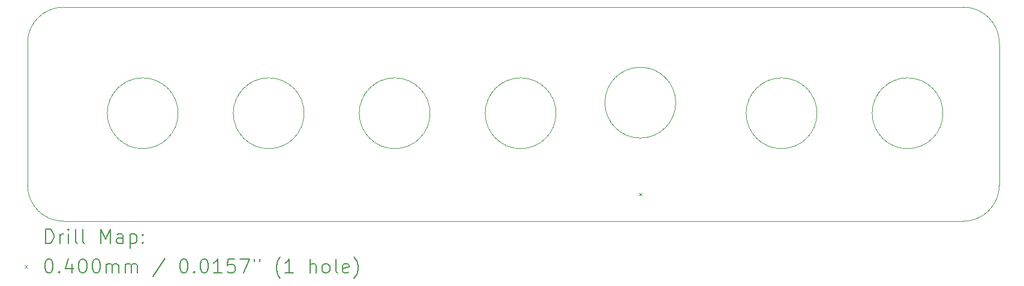
<source format=gbr>
%FSLAX45Y45*%
G04 Gerber Fmt 4.5, Leading zero omitted, Abs format (unit mm)*
G04 Created by KiCad (PCBNEW 6.0.6-3a73a75311~116~ubuntu22.04.1) date 2022-07-27 16:16:01*
%MOMM*%
%LPD*%
G01*
G04 APERTURE LIST*
%TA.AperFunction,Profile*%
%ADD10C,0.050000*%
%TD*%
%ADD11C,0.200000*%
%ADD12C,0.040000*%
G04 APERTURE END LIST*
D10*
X7772400Y-8153400D02*
X20472400Y-8153400D01*
X20980400Y-8661400D02*
G75*
G03*
X20472400Y-8153400I-508000J0D01*
G01*
X7264400Y-10668000D02*
G75*
G03*
X7772400Y-11176000I508000J0D01*
G01*
X18407000Y-9652000D02*
G75*
G03*
X18407000Y-9652000I-500000J0D01*
G01*
X16413100Y-9502140D02*
G75*
G03*
X16413100Y-9502140I-500000J0D01*
G01*
X7264400Y-10668000D02*
X7264400Y-8661400D01*
X9390000Y-9652000D02*
G75*
G03*
X9390000Y-9652000I-500000J0D01*
G01*
X20980400Y-8661400D02*
X20980400Y-10668000D01*
X7772400Y-8153400D02*
G75*
G03*
X7264400Y-8661400I0J-508000D01*
G01*
X20472400Y-11176000D02*
X7772400Y-11176000D01*
X20472400Y-11176000D02*
G75*
G03*
X20980400Y-10668000I0J508000D01*
G01*
X20185000Y-9652000D02*
G75*
G03*
X20185000Y-9652000I-500000J0D01*
G01*
X11168000Y-9652000D02*
G75*
G03*
X11168000Y-9652000I-500000J0D01*
G01*
X14724000Y-9652000D02*
G75*
G03*
X14724000Y-9652000I-500000J0D01*
G01*
X12946000Y-9652000D02*
G75*
G03*
X12946000Y-9652000I-500000J0D01*
G01*
D11*
D12*
X15893100Y-10775000D02*
X15933100Y-10815000D01*
X15933100Y-10775000D02*
X15893100Y-10815000D01*
D11*
X7519519Y-11488976D02*
X7519519Y-11288976D01*
X7567138Y-11288976D01*
X7595709Y-11298500D01*
X7614757Y-11317548D01*
X7624281Y-11336595D01*
X7633805Y-11374690D01*
X7633805Y-11403262D01*
X7624281Y-11441357D01*
X7614757Y-11460405D01*
X7595709Y-11479452D01*
X7567138Y-11488976D01*
X7519519Y-11488976D01*
X7719519Y-11488976D02*
X7719519Y-11355643D01*
X7719519Y-11393738D02*
X7729043Y-11374690D01*
X7738567Y-11365167D01*
X7757614Y-11355643D01*
X7776662Y-11355643D01*
X7843328Y-11488976D02*
X7843328Y-11355643D01*
X7843328Y-11288976D02*
X7833805Y-11298500D01*
X7843328Y-11308024D01*
X7852852Y-11298500D01*
X7843328Y-11288976D01*
X7843328Y-11308024D01*
X7967138Y-11488976D02*
X7948090Y-11479452D01*
X7938567Y-11460405D01*
X7938567Y-11288976D01*
X8071900Y-11488976D02*
X8052852Y-11479452D01*
X8043328Y-11460405D01*
X8043328Y-11288976D01*
X8300471Y-11488976D02*
X8300471Y-11288976D01*
X8367138Y-11431833D01*
X8433805Y-11288976D01*
X8433805Y-11488976D01*
X8614757Y-11488976D02*
X8614757Y-11384214D01*
X8605233Y-11365167D01*
X8586186Y-11355643D01*
X8548090Y-11355643D01*
X8529043Y-11365167D01*
X8614757Y-11479452D02*
X8595710Y-11488976D01*
X8548090Y-11488976D01*
X8529043Y-11479452D01*
X8519519Y-11460405D01*
X8519519Y-11441357D01*
X8529043Y-11422309D01*
X8548090Y-11412786D01*
X8595710Y-11412786D01*
X8614757Y-11403262D01*
X8709995Y-11355643D02*
X8709995Y-11555643D01*
X8709995Y-11365167D02*
X8729043Y-11355643D01*
X8767138Y-11355643D01*
X8786186Y-11365167D01*
X8795710Y-11374690D01*
X8805233Y-11393738D01*
X8805233Y-11450881D01*
X8795710Y-11469928D01*
X8786186Y-11479452D01*
X8767138Y-11488976D01*
X8729043Y-11488976D01*
X8709995Y-11479452D01*
X8890948Y-11469928D02*
X8900471Y-11479452D01*
X8890948Y-11488976D01*
X8881424Y-11479452D01*
X8890948Y-11469928D01*
X8890948Y-11488976D01*
X8890948Y-11365167D02*
X8900471Y-11374690D01*
X8890948Y-11384214D01*
X8881424Y-11374690D01*
X8890948Y-11365167D01*
X8890948Y-11384214D01*
D12*
X7221900Y-11798500D02*
X7261900Y-11838500D01*
X7261900Y-11798500D02*
X7221900Y-11838500D01*
D11*
X7557614Y-11708976D02*
X7576662Y-11708976D01*
X7595709Y-11718500D01*
X7605233Y-11728024D01*
X7614757Y-11747071D01*
X7624281Y-11785167D01*
X7624281Y-11832786D01*
X7614757Y-11870881D01*
X7605233Y-11889928D01*
X7595709Y-11899452D01*
X7576662Y-11908976D01*
X7557614Y-11908976D01*
X7538567Y-11899452D01*
X7529043Y-11889928D01*
X7519519Y-11870881D01*
X7509995Y-11832786D01*
X7509995Y-11785167D01*
X7519519Y-11747071D01*
X7529043Y-11728024D01*
X7538567Y-11718500D01*
X7557614Y-11708976D01*
X7709995Y-11889928D02*
X7719519Y-11899452D01*
X7709995Y-11908976D01*
X7700471Y-11899452D01*
X7709995Y-11889928D01*
X7709995Y-11908976D01*
X7890948Y-11775643D02*
X7890948Y-11908976D01*
X7843328Y-11699452D02*
X7795709Y-11842309D01*
X7919519Y-11842309D01*
X8033805Y-11708976D02*
X8052852Y-11708976D01*
X8071900Y-11718500D01*
X8081424Y-11728024D01*
X8090948Y-11747071D01*
X8100471Y-11785167D01*
X8100471Y-11832786D01*
X8090948Y-11870881D01*
X8081424Y-11889928D01*
X8071900Y-11899452D01*
X8052852Y-11908976D01*
X8033805Y-11908976D01*
X8014757Y-11899452D01*
X8005233Y-11889928D01*
X7995709Y-11870881D01*
X7986186Y-11832786D01*
X7986186Y-11785167D01*
X7995709Y-11747071D01*
X8005233Y-11728024D01*
X8014757Y-11718500D01*
X8033805Y-11708976D01*
X8224281Y-11708976D02*
X8243328Y-11708976D01*
X8262376Y-11718500D01*
X8271900Y-11728024D01*
X8281424Y-11747071D01*
X8290948Y-11785167D01*
X8290948Y-11832786D01*
X8281424Y-11870881D01*
X8271900Y-11889928D01*
X8262376Y-11899452D01*
X8243328Y-11908976D01*
X8224281Y-11908976D01*
X8205233Y-11899452D01*
X8195709Y-11889928D01*
X8186186Y-11870881D01*
X8176662Y-11832786D01*
X8176662Y-11785167D01*
X8186186Y-11747071D01*
X8195709Y-11728024D01*
X8205233Y-11718500D01*
X8224281Y-11708976D01*
X8376662Y-11908976D02*
X8376662Y-11775643D01*
X8376662Y-11794690D02*
X8386186Y-11785167D01*
X8405233Y-11775643D01*
X8433805Y-11775643D01*
X8452852Y-11785167D01*
X8462376Y-11804214D01*
X8462376Y-11908976D01*
X8462376Y-11804214D02*
X8471900Y-11785167D01*
X8490948Y-11775643D01*
X8519519Y-11775643D01*
X8538567Y-11785167D01*
X8548090Y-11804214D01*
X8548090Y-11908976D01*
X8643329Y-11908976D02*
X8643329Y-11775643D01*
X8643329Y-11794690D02*
X8652852Y-11785167D01*
X8671900Y-11775643D01*
X8700471Y-11775643D01*
X8719519Y-11785167D01*
X8729043Y-11804214D01*
X8729043Y-11908976D01*
X8729043Y-11804214D02*
X8738567Y-11785167D01*
X8757614Y-11775643D01*
X8786186Y-11775643D01*
X8805233Y-11785167D01*
X8814757Y-11804214D01*
X8814757Y-11908976D01*
X9205233Y-11699452D02*
X9033805Y-11956595D01*
X9462376Y-11708976D02*
X9481424Y-11708976D01*
X9500471Y-11718500D01*
X9509995Y-11728024D01*
X9519519Y-11747071D01*
X9529043Y-11785167D01*
X9529043Y-11832786D01*
X9519519Y-11870881D01*
X9509995Y-11889928D01*
X9500471Y-11899452D01*
X9481424Y-11908976D01*
X9462376Y-11908976D01*
X9443329Y-11899452D01*
X9433805Y-11889928D01*
X9424281Y-11870881D01*
X9414757Y-11832786D01*
X9414757Y-11785167D01*
X9424281Y-11747071D01*
X9433805Y-11728024D01*
X9443329Y-11718500D01*
X9462376Y-11708976D01*
X9614757Y-11889928D02*
X9624281Y-11899452D01*
X9614757Y-11908976D01*
X9605233Y-11899452D01*
X9614757Y-11889928D01*
X9614757Y-11908976D01*
X9748090Y-11708976D02*
X9767138Y-11708976D01*
X9786186Y-11718500D01*
X9795710Y-11728024D01*
X9805233Y-11747071D01*
X9814757Y-11785167D01*
X9814757Y-11832786D01*
X9805233Y-11870881D01*
X9795710Y-11889928D01*
X9786186Y-11899452D01*
X9767138Y-11908976D01*
X9748090Y-11908976D01*
X9729043Y-11899452D01*
X9719519Y-11889928D01*
X9709995Y-11870881D01*
X9700471Y-11832786D01*
X9700471Y-11785167D01*
X9709995Y-11747071D01*
X9719519Y-11728024D01*
X9729043Y-11718500D01*
X9748090Y-11708976D01*
X10005233Y-11908976D02*
X9890948Y-11908976D01*
X9948090Y-11908976D02*
X9948090Y-11708976D01*
X9929043Y-11737548D01*
X9909995Y-11756595D01*
X9890948Y-11766119D01*
X10186186Y-11708976D02*
X10090948Y-11708976D01*
X10081424Y-11804214D01*
X10090948Y-11794690D01*
X10109995Y-11785167D01*
X10157614Y-11785167D01*
X10176662Y-11794690D01*
X10186186Y-11804214D01*
X10195710Y-11823262D01*
X10195710Y-11870881D01*
X10186186Y-11889928D01*
X10176662Y-11899452D01*
X10157614Y-11908976D01*
X10109995Y-11908976D01*
X10090948Y-11899452D01*
X10081424Y-11889928D01*
X10262376Y-11708976D02*
X10395710Y-11708976D01*
X10309995Y-11908976D01*
X10462376Y-11708976D02*
X10462376Y-11747071D01*
X10538567Y-11708976D02*
X10538567Y-11747071D01*
X10833805Y-11985167D02*
X10824281Y-11975643D01*
X10805233Y-11947071D01*
X10795710Y-11928024D01*
X10786186Y-11899452D01*
X10776662Y-11851833D01*
X10776662Y-11813738D01*
X10786186Y-11766119D01*
X10795710Y-11737548D01*
X10805233Y-11718500D01*
X10824281Y-11689928D01*
X10833805Y-11680405D01*
X11014757Y-11908976D02*
X10900471Y-11908976D01*
X10957614Y-11908976D02*
X10957614Y-11708976D01*
X10938567Y-11737548D01*
X10919519Y-11756595D01*
X10900471Y-11766119D01*
X11252852Y-11908976D02*
X11252852Y-11708976D01*
X11338567Y-11908976D02*
X11338567Y-11804214D01*
X11329043Y-11785167D01*
X11309995Y-11775643D01*
X11281424Y-11775643D01*
X11262376Y-11785167D01*
X11252852Y-11794690D01*
X11462376Y-11908976D02*
X11443328Y-11899452D01*
X11433805Y-11889928D01*
X11424281Y-11870881D01*
X11424281Y-11813738D01*
X11433805Y-11794690D01*
X11443328Y-11785167D01*
X11462376Y-11775643D01*
X11490948Y-11775643D01*
X11509995Y-11785167D01*
X11519519Y-11794690D01*
X11529043Y-11813738D01*
X11529043Y-11870881D01*
X11519519Y-11889928D01*
X11509995Y-11899452D01*
X11490948Y-11908976D01*
X11462376Y-11908976D01*
X11643328Y-11908976D02*
X11624281Y-11899452D01*
X11614757Y-11880405D01*
X11614757Y-11708976D01*
X11795709Y-11899452D02*
X11776662Y-11908976D01*
X11738567Y-11908976D01*
X11719519Y-11899452D01*
X11709995Y-11880405D01*
X11709995Y-11804214D01*
X11719519Y-11785167D01*
X11738567Y-11775643D01*
X11776662Y-11775643D01*
X11795709Y-11785167D01*
X11805233Y-11804214D01*
X11805233Y-11823262D01*
X11709995Y-11842309D01*
X11871900Y-11985167D02*
X11881424Y-11975643D01*
X11900471Y-11947071D01*
X11909995Y-11928024D01*
X11919519Y-11899452D01*
X11929043Y-11851833D01*
X11929043Y-11813738D01*
X11919519Y-11766119D01*
X11909995Y-11737548D01*
X11900471Y-11718500D01*
X11881424Y-11689928D01*
X11871900Y-11680405D01*
M02*

</source>
